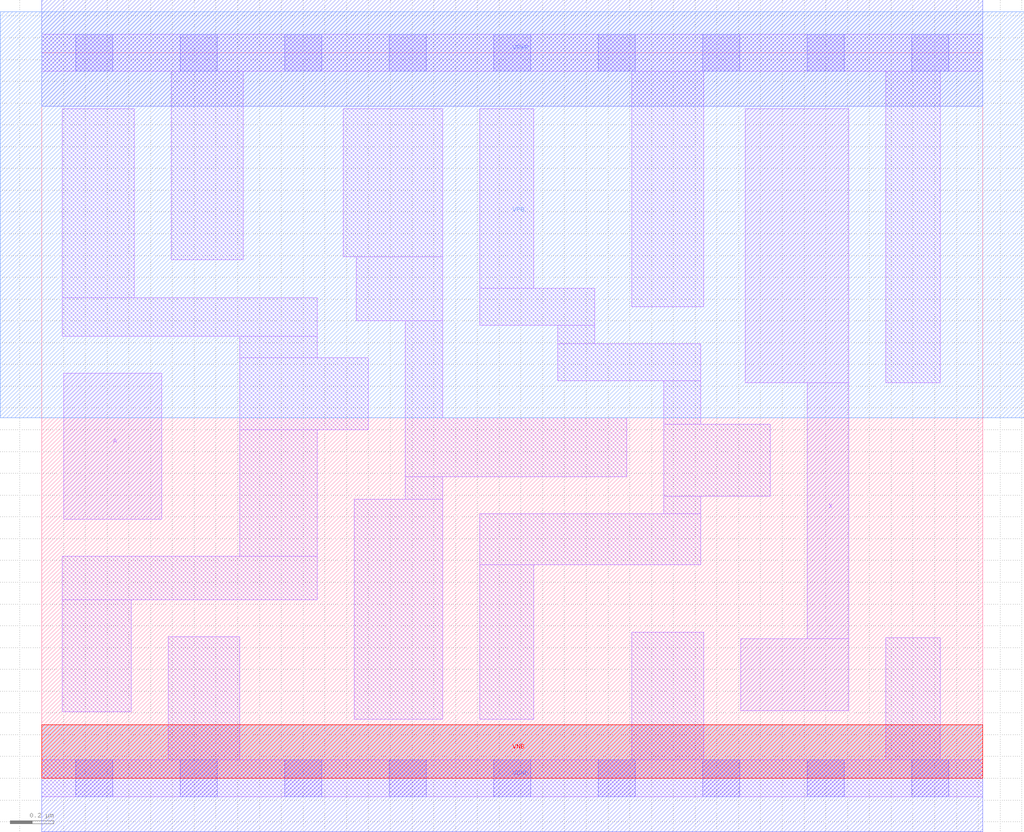
<source format=lef>
# Copyright 2020 The SkyWater PDK Authors
#
# Licensed under the Apache License, Version 2.0 (the "License");
# you may not use this file except in compliance with the License.
# You may obtain a copy of the License at
#
#     https://www.apache.org/licenses/LICENSE-2.0
#
# Unless required by applicable law or agreed to in writing, software
# distributed under the License is distributed on an "AS IS" BASIS,
# WITHOUT WARRANTIES OR CONDITIONS OF ANY KIND, either express or implied.
# See the License for the specific language governing permissions and
# limitations under the License.
#
# SPDX-License-Identifier: Apache-2.0

VERSION 5.7 ;
  NOWIREEXTENSIONATPIN ON ;
  DIVIDERCHAR "/" ;
  BUSBITCHARS "[]" ;
MACRO sky130_fd_sc_lp__clkdlybuf4s15_2
  CLASS CORE ;
  FOREIGN sky130_fd_sc_lp__clkdlybuf4s15_2 ;
  ORIGIN  0.000000  0.000000 ;
  SIZE  4.320000 BY  3.330000 ;
  SYMMETRY X Y R90 ;
  SITE unit ;
  PIN A
    ANTENNAGATEAREA  0.252000 ;
    DIRECTION INPUT ;
    USE SIGNAL ;
    PORT
      LAYER li1 ;
        RECT 0.100000 1.190000 0.550000 1.860000 ;
    END
  END A
  PIN X
    ANTENNADIFFAREA  0.470400 ;
    DIRECTION OUTPUT ;
    USE SIGNAL ;
    PORT
      LAYER li1 ;
        RECT 3.210000 0.310000 3.705000 0.640000 ;
        RECT 3.230000 1.815000 3.705000 3.075000 ;
        RECT 3.515000 0.640000 3.705000 1.815000 ;
    END
  END X
  PIN VGND
    DIRECTION INOUT ;
    USE GROUND ;
    PORT
      LAYER met1 ;
        RECT 0.000000 -0.245000 4.320000 0.245000 ;
    END
  END VGND
  PIN VNB
    DIRECTION INOUT ;
    USE GROUND ;
    PORT
      LAYER pwell ;
        RECT 0.000000 0.000000 4.320000 0.245000 ;
    END
  END VNB
  PIN VPB
    DIRECTION INOUT ;
    USE POWER ;
    PORT
      LAYER nwell ;
        RECT -0.190000 1.655000 4.510000 3.520000 ;
    END
  END VPB
  PIN VPWR
    DIRECTION INOUT ;
    USE POWER ;
    PORT
      LAYER met1 ;
        RECT 0.000000 3.085000 4.320000 3.575000 ;
    END
  END VPWR
  OBS
    LAYER li1 ;
      RECT 0.000000 -0.085000 4.320000 0.085000 ;
      RECT 0.000000  3.245000 4.320000 3.415000 ;
      RECT 0.095000  0.305000 0.410000 0.820000 ;
      RECT 0.095000  0.820000 1.265000 1.020000 ;
      RECT 0.095000  2.030000 1.265000 2.205000 ;
      RECT 0.095000  2.205000 0.425000 3.075000 ;
      RECT 0.580000  0.085000 0.910000 0.650000 ;
      RECT 0.595000  2.380000 0.925000 3.245000 ;
      RECT 0.910000  1.020000 1.265000 1.600000 ;
      RECT 0.910000  1.600000 1.500000 1.930000 ;
      RECT 0.910000  1.930000 1.265000 2.030000 ;
      RECT 1.385000  2.395000 1.840000 3.075000 ;
      RECT 1.435000  0.270000 1.840000 1.280000 ;
      RECT 1.445000  2.100000 1.840000 2.395000 ;
      RECT 1.670000  1.280000 1.840000 1.385000 ;
      RECT 1.670000  1.385000 2.685000 1.655000 ;
      RECT 1.670000  1.655000 1.840000 2.100000 ;
      RECT 2.010000  0.270000 2.260000 0.980000 ;
      RECT 2.010000  0.980000 3.025000 1.215000 ;
      RECT 2.010000  2.080000 2.540000 2.250000 ;
      RECT 2.010000  2.250000 2.260000 3.075000 ;
      RECT 2.370000  1.825000 3.025000 1.995000 ;
      RECT 2.370000  1.995000 2.540000 2.080000 ;
      RECT 2.710000  0.085000 3.040000 0.670000 ;
      RECT 2.710000  2.165000 3.040000 3.245000 ;
      RECT 2.855000  1.215000 3.025000 1.295000 ;
      RECT 2.855000  1.295000 3.345000 1.625000 ;
      RECT 2.855000  1.625000 3.025000 1.825000 ;
      RECT 3.875000  0.085000 4.125000 0.645000 ;
      RECT 3.875000  1.815000 4.125000 3.245000 ;
    LAYER mcon ;
      RECT 0.155000 -0.085000 0.325000 0.085000 ;
      RECT 0.155000  3.245000 0.325000 3.415000 ;
      RECT 0.635000 -0.085000 0.805000 0.085000 ;
      RECT 0.635000  3.245000 0.805000 3.415000 ;
      RECT 1.115000 -0.085000 1.285000 0.085000 ;
      RECT 1.115000  3.245000 1.285000 3.415000 ;
      RECT 1.595000 -0.085000 1.765000 0.085000 ;
      RECT 1.595000  3.245000 1.765000 3.415000 ;
      RECT 2.075000 -0.085000 2.245000 0.085000 ;
      RECT 2.075000  3.245000 2.245000 3.415000 ;
      RECT 2.555000 -0.085000 2.725000 0.085000 ;
      RECT 2.555000  3.245000 2.725000 3.415000 ;
      RECT 3.035000 -0.085000 3.205000 0.085000 ;
      RECT 3.035000  3.245000 3.205000 3.415000 ;
      RECT 3.515000 -0.085000 3.685000 0.085000 ;
      RECT 3.515000  3.245000 3.685000 3.415000 ;
      RECT 3.995000 -0.085000 4.165000 0.085000 ;
      RECT 3.995000  3.245000 4.165000 3.415000 ;
  END
END sky130_fd_sc_lp__clkdlybuf4s15_2
END LIBRARY

</source>
